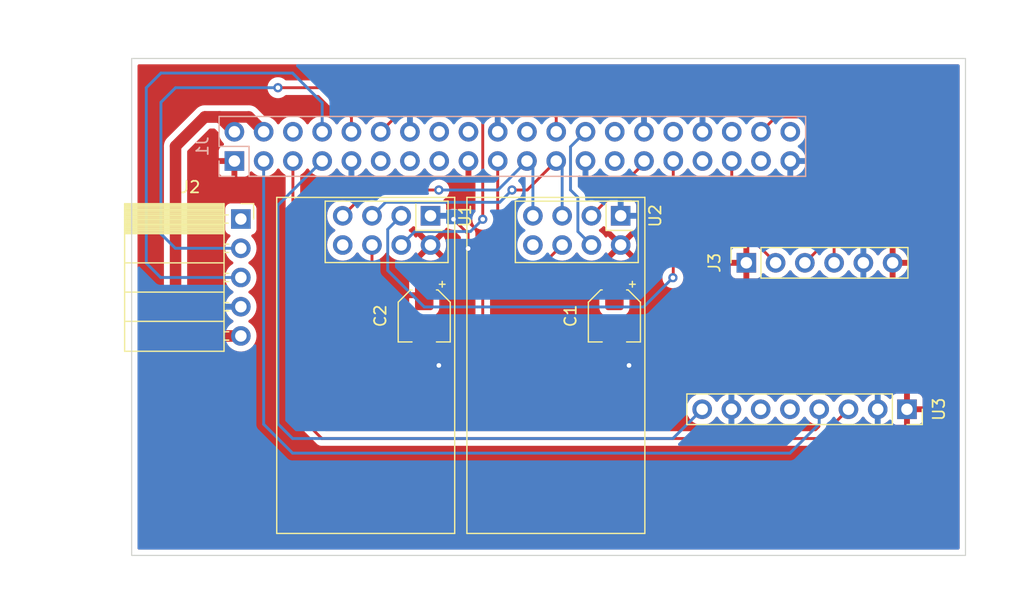
<source format=kicad_pcb>
(kicad_pcb (version 20211014) (generator pcbnew)
  (layers (0 "F.Cu" signal) (31 "B.Cu" signal) (34 "B.Paste" user) (35 "F.Paste" user) (36 "B.SilkS" user "B.Silkscreen") (37 "F.SilkS" user "F.Silkscreen") (38 "B.Mask" user) (39 "F.Mask" user) (44 "Edge.Cuts" user))
  (net 0 "")
  (net 1 "Net-(J1-Pad3)")
  (net 2 "Net-(J1-Pad5)")
  (net 3 "Net-(J1-Pad7)")
  (net 5 "Net-(J1-Pad12)")
  (net 11 "Net-(J1-Pad19)")
  (net 12 "Net-(U1-Pad4)")
  (net 13 "Net-(J1-Pad26)")
  (net 16 "Net-(J1-Pad29)")
  (net 17 "Net-(U1-Pad3)")
  (net 20 "Net-(J1-Pad35)")
  (net 23 "Net-(J1-Pad38)")
  (net 25 "+3V3")
  (net 26 "+5V")
  (net 27 "GND")
  (net 28 "Net-(J1-Pad8)")
  (net 29 "Net-(J1-Pad10)")
  (net 31 "Net-(J1-Pad21)")
  (net 32 "Net-(J1-Pad23)")
  (footprint "Connector_PinSocket_2.54mm:PinSocket_1x06_P2.54mm_Vertical" (layer "F.Cu") (at 181.635 88.875 90)
    (fp_text reference "J3" (at 0 -2.77 90) (layer "F.SilkS"))
    (fp_text value "Adafruit_I2S_Microphone_SPH0645LM4H")
    (fp_line (start -1.33 14.03) (end 1.33 14.03) (layer "F.SilkS") (width 0.12))
    (fp_line (start 1.33 1.27) (end 1.33 14.03) (layer "F.SilkS") (width 0.12))
    (fp_line (start 0 -1.33) (end 1.33 -1.33) (layer "F.SilkS") (width 0.12))
    (fp_line (start -1.33 1.27) (end 1.33 1.27) (layer "F.SilkS") (width 0.12))
    (fp_line (start 1.33 -1.33) (end 1.33 0) (layer "F.SilkS") (width 0.12))
    (fp_line (start -1.33 1.27) (end -1.33 14.03) (layer "F.SilkS") (width 0.12))
    (pad "1" thru_hole rect (at 0 0 90) (size 1.7 1.7) (drill 1) (layers *.Cu *.Mask) (net 25 "+3V3"))
    (pad "2" thru_hole oval (at 0 2.54 90) (size 1.7 1.7) (drill 1) (layers *.Cu *.Mask) (net 20 "Net-(J1-Pad35)"))
    (pad "3" thru_hole oval (at 0 5.08 90) (size 1.7 1.7) (drill 1) (layers *.Cu *.Mask) (net 23 "Net-(J1-Pad38)"))
    (pad "4" thru_hole oval (at 0 7.62 90) (size 1.7 1.7) (drill 1) (layers *.Cu *.Mask) (net 5 "Net-(J1-Pad12)"))
    (pad "5" thru_hole oval (at 0 10.16 90) (size 1.7 1.7) (drill 1) (layers *.Cu *.Mask) (net 27 "GND"))
    (pad "6" thru_hole oval (at 0 12.7 90) (size 1.7 1.7) (drill 1) (layers *.Cu *.Mask) (net 25 "+3V3"))
  )
  (footprint "Connector_PinSocket_2.54mm:PinSocket_1x08_P2.54mm_Vertical" (layer "F.Cu") (at 195.58 101.6 -90)
    (fp_text reference "U3" (at 0 -2.77 90) (layer "F.SilkS"))
    (fp_text value "MPU-6050_Breakout")
    (fp_line (start -1.33 19.11) (end 1.33 19.11) (layer "F.SilkS") (width 0.12))
    (fp_line (start 0 -1.33) (end 1.33 -1.33) (layer "F.SilkS") (width 0.12))
    (fp_line (start 1.33 1.27) (end 1.33 19.11) (layer "F.SilkS") (width 0.12))
    (fp_line (start -1.33 1.27) (end 1.33 1.27) (layer "F.SilkS") (width 0.12))
    (fp_line (start -1.33 1.27) (end -1.33 19.11) (layer "F.SilkS") (width 0.12))
    (fp_line (start 1.33 -1.33) (end 1.33 0) (layer "F.SilkS") (width 0.12))
    (pad "1" thru_hole rect (at 0 0 270) (size 1.7 1.7) (drill 1) (layers *.Cu *.Mask) (net 25 "+3V3"))
    (pad "2" thru_hole oval (at 0 2.54 270) (size 1.7 1.7) (drill 1) (layers *.Cu *.Mask) (net 27 "GND"))
    (pad "3" thru_hole oval (at 0 5.08 270) (size 1.7 1.7) (drill 1) (layers *.Cu *.Mask) (net 2 "Net-(J1-Pad5)"))
    (pad "4" thru_hole oval (at 0 7.62 270) (size 1.7 1.7) (drill 1) (layers *.Cu *.Mask) (net 1 "Net-(J1-Pad3)"))
    (pad "5" thru_hole oval (at 0 10.16 270) (size 1.7 1.7) (drill 1) (layers *.Cu *.Mask))
    (pad "6" thru_hole oval (at 0 12.7 270) (size 1.7 1.7) (drill 1) (layers *.Cu *.Mask))
    (pad "7" thru_hole oval (at 0 15.24 270) (size 1.7 1.7) (drill 1) (layers *.Cu *.Mask) (net 27 "GND"))
    (pad "8" thru_hole oval (at 0 17.78 270) (size 1.7 1.7) (drill 1) (layers *.Cu *.Mask) (net 3 "Net-(J1-Pad7)"))
  )
  (footprint "RF_Module:nRF24L01_Breakout" (layer "F.Cu") (at 170.725 84.79 -90)
    (fp_text reference "U2" (at 0 -3 90) (layer "F.SilkS"))
    (fp_text value "NRF24L01")
    (fp_line (start -1.27 -1.524) (end -1.27 -1.524) (layer "F.SilkS") (width 0.12))
    (fp_line (start -1.6 -2.1) (end 27.6 -2.1) (layer "F.SilkS") (width 0.12))
    (fp_line (start 1.27 -1.016) (end 1.27 1.27) (layer "F.SilkS") (width 0.12))
    (fp_line (start 27.6 13.35) (end -1.6 13.35) (layer "F.SilkS") (width 0.12))
    (fp_line (start 4.064 9.144) (end -1.27 9.144) (layer "F.SilkS") (width 0.12))
    (fp_line (start -1.27 -1.524) (end 4.064 -1.524) (layer "F.SilkS") (width 0.12))
    (fp_line (start -1.27 9.144) (end -1.27 -1.524) (layer "F.SilkS") (width 0.12))
    (fp_line (start 1.27 1.27) (end -1.016 1.27) (layer "F.SilkS") (width 0.12))
    (fp_line (start -1.6 13.35) (end -1.6 -2.1) (layer "F.SilkS") (width 0.12))
    (fp_line (start -1.016 1.27) (end -1.016 1.27) (layer "F.SilkS") (width 0.12))
    (fp_line (start 27.6 -2.1) (end 27.6 13.35) (layer "F.SilkS") (width 0.12))
    (fp_line (start 4.064 -1.524) (end 4.064 9.144) (layer "F.SilkS") (width 0.12))
    (fp_line (start -1.6 -2.1) (end -1.6 -2.1) (layer "F.SilkS") (width 0.12))
    (fp_line (start -1.27 9.144) (end -1.27 9.144) (layer "F.SilkS") (width 0.12))
    (pad "1" thru_hole rect (at 0 0 270) (size 1.7 1.7) (drill 1) (layers *.Cu *.Mask) (net 27 "GND"))
    (pad "2" thru_hole circle (at 2.54 0 270) (size 1.7 1.7) (drill 1) (layers *.Cu *.Mask) (net 25 "+3V3"))
    (pad "3" thru_hole circle (at 0 2.54 270) (size 1.7 1.7) (drill 1) (layers *.Cu *.Mask) (net 16 "Net-(J1-Pad29)"))
    (pad "4" thru_hole circle (at 2.54 2.54 270) (size 1.7 1.7) (drill 1) (layers *.Cu *.Mask) (net 13 "Net-(J1-Pad26)"))
    (pad "5" thru_hole circle (at 0 5.08 270) (size 1.7 1.7) (drill 1) (layers *.Cu *.Mask) (net 32 "Net-(J1-Pad23)"))
    (pad "6" thru_hole circle (at 2.54 5.08 270) (size 1.7 1.7) (drill 1) (layers *.Cu *.Mask) (net 11 "Net-(J1-Pad19)"))
    (pad "7" thru_hole circle (at 0 7.62 270) (size 1.7 1.7) (drill 1) (layers *.Cu *.Mask) (net 31 "Net-(J1-Pad21)"))
    (pad "8" thru_hole circle (at 2.54 7.62 270) (size 1.7 1.7) (drill 1) (layers *.Cu *.Mask))
  )
  (footprint "Connector_PinSocket_2.54mm:PinSocket_1x05_P2.54mm_Horizontal" (layer "F.Cu") (at 137.75 85.07)
    (fp_text reference "J2" (at -4.38 -2.77) (layer "F.SilkS"))
    (fp_text value "UART")
    (fp_line (start -10.09 11.49) (end -1.46 11.49) (layer "F.SilkS") (width 0.12))
    (fp_line (start -10.09 -1.21) (end -1.46 -1.21) (layer "F.SilkS") (width 0.12))
    (fp_line (start -1.46 5.44) (end -1.05 5.44) (layer "F.SilkS") (width 0.12))
    (fp_line (start -10.09 1.033805) (end -1.46 1.033805) (layer "F.SilkS") (width 0.12))
    (fp_line (start -1.46 9.8) (end -1.05 9.8) (layer "F.SilkS") (width 0.12))
    (fp_line (start -10.09 -1.33) (end -10.09 11.49) (layer "F.SilkS") (width 0.12))
    (fp_line (start -10.09 -0.73762) (end -1.46 -0.73762) (layer "F.SilkS") (width 0.12))
    (fp_line (start -10.09 -0.26524) (end -1.46 -0.26524) (layer "F.SilkS") (width 0.12))
    (fp_line (start -10.09 8.89) (end -1.46 8.89) (layer "F.SilkS") (width 0.12))
    (fp_line (start -10.09 0.20714) (end -1.46 0.20714) (layer "F.SilkS") (width 0.12))
    (fp_line (start -1.46 7.26) (end -1.05 7.26) (layer "F.SilkS") (width 0.12))
    (fp_line (start -10.09 -0.383335) (end -1.46 -0.383335) (layer "F.SilkS") (width 0.12))
    (fp_line (start -1.46 2.9) (end -1.05 2.9) (layer "F.SilkS") (width 0.12))
    (fp_line (start -1.46 -0.36) (end -1.11 -0.36) (layer "F.SilkS") (width 0.12))
    (fp_line (start -10.09 1.1519) (end -1.46 1.1519) (layer "F.SilkS") (width 0.12))
    (fp_line (start -10.09 0.797615) (end -1.46 0.797615) (layer "F.SilkS") (width 0.12))
    (fp_line (start -10.09 -1.091905) (end -1.46 -1.091905) (layer "F.SilkS") (width 0.12))
    (fp_line (start -10.09 -0.147145) (end -1.46 -0.147145) (layer "F.SilkS") (width 0.12))
    (fp_line (start -10.09 6.35) (end -1.46 6.35) (layer "F.SilkS") (width 0.12))
    (fp_line (start -1.46 4.72) (end -1.05 4.72) (layer "F.SilkS") (width 0.12))
    (fp_line (start -10.09 0.67952) (end -1.46 0.67952) (layer "F.SilkS") (width 0.12))
    (fp_line (start -1.46 2.18) (end -1.05 2.18) (layer "F.SilkS") (width 0.12))
    (fp_line (start -10.09 3.81) (end -1.46 3.81) (layer "F.SilkS") (width 0.12))
    (fp_line (start -10.09 -0.50143) (end -1.46 -0.50143) (layer "F.SilkS") (width 0.12))
    (fp_line (start -1.46 0.36) (end -1.11 0.36) (layer "F.SilkS") (width 0.12))
    (fp_line (start -10.09 -1.33) (end -1.46 -1.33) (layer "F.SilkS") (width 0.12))
    (fp_line (start -10.09 0.91571) (end -1.46 0.91571) (layer "F.SilkS") (width 0.12))
    (fp_line (start -10.09 0.089045) (end -1.46 0.089045) (layer "F.SilkS") (width 0.12))
    (fp_line (start -10.09 -0.619525) (end -1.46 -0.619525) (layer "F.SilkS") (width 0.12))
    (fp_line (start 1.11 -1.33) (end 1.11 0) (layer "F.SilkS") (width 0.12))
    (fp_line (start 0 -1.33) (end 1.11 -1.33) (layer "F.SilkS") (width 0.12))
    (fp_line (start -10.09 0.44333) (end -1.46 0.44333) (layer "F.SilkS") (width 0.12))
    (fp_line (start -10.09 0.325235) (end -1.46 0.325235) (layer "F.SilkS") (width 0.12))
    (fp_line (start -10.09 -0.97381) (end -1.46 -0.97381) (layer "F.SilkS") (width 0.12))
    (fp_line (start -10.09 1.27) (end -1.46 1.27) (layer "F.SilkS") (width 0.12))
    (fp_line (start -10.09 -0.855715) (end -1.46 -0.855715) (layer "F.SilkS") (width 0.12))
    (fp_line (start -1.46 7.98) (end -1.05 7.98) (layer "F.SilkS") (width 0.12))
    (fp_line (start -10.09 0.561425) (end -1.46 0.561425) (layer "F.SilkS") (width 0.12))
    (fp_line (start -10.09 -0.02905) (end -1.46 -0.02905) (layer "F.SilkS") (width 0.12))
    (fp_line (start -1.46 10.52) (end -1.05 10.52) (layer "F.SilkS") (width 0.12))
    (fp_line (start -1.46 -1.33) (end -1.46 11.49) (layer "F.SilkS") (width 0.12))
    (pad "1" thru_hole rect (at 0 0) (size 1.7 1.7) (drill 1) (layers *.Cu *.Mask))
    (pad "2" thru_hole oval (at 0 2.54) (size 1.7 1.7) (drill 1) (layers *.Cu *.Mask) (net 29 "Net-(J1-Pad10)"))
    (pad "3" thru_hole oval (at 0 5.08) (size 1.7 1.7) (drill 1) (layers *.Cu *.Mask) (net 28 "Net-(J1-Pad8)"))
    (pad "4" thru_hole oval (at 0 7.62) (size 1.7 1.7) (drill 1) (layers *.Cu *.Mask) (net 27 "GND"))
    (pad "5" thru_hole oval (at 0 10.16) (size 1.7 1.7) (drill 1) (layers *.Cu *.Mask) (net 26 "+5V"))
  )
  (footprint "Capacitor_SMD:CP_Elec_4x5.4" (layer "F.Cu") (at 170.18 93.49 -90)
    (fp_text reference "C1" (at 0 3.81 90) (layer "F.SilkS"))
    (fp_text value "10 uF")
    (fp_line (start 2.26 -2.26) (end 2.26 -1.06) (layer "F.SilkS") (width 0.12))
    (fp_line (start 2.26 2.26) (end 2.26 1.06) (layer "F.SilkS") (width 0.12))
    (fp_line (start -2.75 -1.81) (end -2.75 -1.31) (layer "F.SilkS") (width 0.12))
    (fp_line (start -3 -1.56) (end -2.5 -1.56) (layer "F.SilkS") (width 0.12))
    (fp_line (start -1.195563 -2.26) (end 2.26 -2.26) (layer "F.SilkS") (width 0.12))
    (fp_line (start -2.26 1.195563) (end -1.195563 2.26) (layer "F.SilkS") (width 0.12))
    (fp_line (start -2.26 -1.195563) (end -2.26 -1.06) (layer "F.SilkS") (width 0.12))
    (fp_line (start -1.195563 2.26) (end 2.26 2.26) (layer "F.SilkS") (width 0.12))
    (fp_line (start -2.26 -1.195563) (end -1.195563 -2.26) (layer "F.SilkS") (width 0.12))
    (fp_line (start -2.26 1.195563) (end -2.26 1.06) (layer "F.SilkS") (width 0.12))
    (pad "1" smd roundrect (at -1.8 0 270) (size 2.6 1.6) (layers "F.Cu" "F.Paste" "F.Mask") (roundrect_rratio 0.15625) (net 25 "+3V3"))
    (pad "2" smd roundrect (at 1.8 0 270) (size 2.6 1.6) (layers "F.Cu" "F.Paste" "F.Mask") (roundrect_rratio 0.15625) (net 27 "GND"))
  )
  (footprint "Capacitor_SMD:CP_Elec_4x5.4" (layer "F.Cu") (at 153.67 93.49 -90)
    (fp_text reference "C2" (at 0 3.81 90) (layer "F.SilkS"))
    (fp_text value "10 uF")
    (fp_line (start -2.26 1.195563) (end -2.26 1.06) (layer "F.SilkS") (width 0.12))
    (fp_line (start 2.26 -2.26) (end 2.26 -1.06) (layer "F.SilkS") (width 0.12))
    (fp_line (start -2.75 -1.81) (end -2.75 -1.31) (layer "F.SilkS") (width 0.12))
    (fp_line (start -1.195563 2.26) (end 2.26 2.26) (layer "F.SilkS") (width 0.12))
    (fp_line (start -1.195563 -2.26) (end 2.26 -2.26) (layer "F.SilkS") (width 0.12))
    (fp_line (start 2.26 2.26) (end 2.26 1.06) (layer "F.SilkS") (width 0.12))
    (fp_line (start -3 -1.56) (end -2.5 -1.56) (layer "F.SilkS") (width 0.12))
    (fp_line (start -2.26 1.195563) (end -1.195563 2.26) (layer "F.SilkS") (width 0.12))
    (fp_line (start -2.26 -1.195563) (end -2.26 -1.06) (layer "F.SilkS") (width 0.12))
    (fp_line (start -2.26 -1.195563) (end -1.195563 -2.26) (layer "F.SilkS") (width 0.12))
    (pad "1" smd roundrect (at -1.8 0 270) (size 2.6 1.6) (layers "F.Cu" "F.Paste" "F.Mask") (roundrect_rratio 0.15625) (net 25 "+3V3"))
    (pad "2" smd roundrect (at 1.8 0 270) (size 2.6 1.6) (layers "F.Cu" "F.Paste" "F.Mask") (roundrect_rratio 0.15625) (net 27 "GND"))
  )
  (footprint "RF_Module:nRF24L01_Breakout" (layer "F.Cu") (at 154.215 84.79 -90)
    (fp_text reference "U1" (at 0 -3 90) (layer "F.SilkS"))
    (fp_text value "NRF24L01")
    (fp_line (start 4.064 -1.524) (end 4.064 9.144) (layer "F.SilkS") (width 0.12))
    (fp_line (start 27.6 13.35) (end -1.6 13.35) (layer "F.SilkS") (width 0.12))
    (fp_line (start 27.6 -2.1) (end 27.6 13.35) (layer "F.SilkS") (width 0.12))
    (fp_line (start 4.064 9.144) (end -1.27 9.144) (layer "F.SilkS") (width 0.12))
    (fp_line (start -1.27 9.144) (end -1.27 -1.524) (layer "F.SilkS") (width 0.12))
    (fp_line (start -1.016 1.27) (end -1.016 1.27) (layer "F.SilkS") (width 0.12))
    (fp_line (start -1.6 13.35) (end -1.6 -2.1) (layer "F.SilkS") (width 0.12))
    (fp_line (start -1.6 -2.1) (end 27.6 -2.1) (layer "F.SilkS") (width 0.12))
    (fp_line (start -1.6 -2.1) (end -1.6 -2.1) (layer "F.SilkS") (width 0.12))
    (fp_line (start 1.27 1.27) (end -1.016 1.27) (layer "F.SilkS") (width 0.12))
    (fp_line (start -1.27 -1.524) (end -1.27 -1.524) (layer "F.SilkS") (width 0.12))
    (fp_line (start 1.27 -1.016) (end 1.27 1.27) (layer "F.SilkS") (width 0.12))
    (fp_line (start -1.27 -1.524) (end 4.064 -1.524) (layer "F.SilkS") (width 0.12))
    (fp_line (start -1.27 9.144) (end -1.27 9.144) (layer "F.SilkS") (width 0.12))
    (pad "1" thru_hole rect (at 0 0 270) (size 1.7 1.7) (drill 1) (layers *.Cu *.Mask) (net 27 "GND"))
    (pad "2" thru_hole circle (at 2.54 0 270) (size 1.7 1.7) (drill 1) (layers *.Cu *.Mask) (net 25 "+3V3"))
    (pad "3" thru_hole circle (at 0 2.54 270) (size 1.7 1.7) (drill 1) (layers *.Cu *.Mask) (net 17 "Net-(U1-Pad3)"))
    (pad "4" thru_hole circle (at 2.54 2.54 270) (size 1.7 1.7) (drill 1) (layers *.Cu *.Mask) (net 12 "Net-(U1-Pad4)"))
    (pad "5" thru_hole circle (at 0 5.08 270) (size 1.7 1.7) (drill 1) (layers *.Cu *.Mask) (net 32 "Net-(J1-Pad23)"))
    (pad "6" thru_hole circle (at 2.54 5.08 270) (size 1.7 1.7) (drill 1) (layers *.Cu *.Mask) (net 11 "Net-(J1-Pad19)"))
    (pad "7" thru_hole circle (at 0 7.62 270) (size 1.7 1.7) (drill 1) (layers *.Cu *.Mask) (net 31 "Net-(J1-Pad21)"))
    (pad "8" thru_hole circle (at 2.54 7.62 270) (size 1.7 1.7) (drill 1) (layers *.Cu *.Mask))
  )
  (footprint "Connector_PinSocket_2.54mm:PinSocket_2x20_P2.54mm_Vertical" (layer "B.Cu") (at 137.19 80.03 -90)
    (fp_text reference "J1" (at -1.27 2.77 90) (layer "B.SilkS") (effects (justify mirror)))
    (fp_text value "Raspberry Pi")
    (fp_line (start -1.27 1.33) (end -1.27 -1.27) (layer "B.SilkS") (width 0.12))
    (fp_line (start 1.33 -1.27) (end 1.33 -49.59) (layer "B.SilkS") (width 0.12))
    (fp_line (start -3.87 1.33) (end -1.27 1.33) (layer "B.SilkS") (width 0.12))
    (fp_line (start 1.33 1.33) (end 1.33 0) (layer "B.SilkS") (width 0.12))
    (fp_line (start -1.27 -1.27) (end 1.33 -1.27) (layer "B.SilkS") (width 0.12))
    (fp_line (start 0 1.33) (end 1.33 1.33) (layer "B.SilkS") (width 0.12))
    (fp_line (start -3.87 1.33) (end -3.87 -49.59) (layer "B.SilkS") (width 0.12))
    (fp_line (start -3.87 -49.59) (end 1.33 -49.59) (layer "B.SilkS") (width 0.12))
    (pad "1" thru_hole rect (at 0 0 270) (size 1.7 1.7) (drill 1) (layers *.Cu *.Mask) (net 25 "+3V3"))
    (pad "2" thru_hole oval (at -2.54 0 270) (size 1.7 1.7) (drill 1) (layers *.Cu *.Mask) (net 26 "+5V"))
    (pad "3" thru_hole oval (at 0 -2.54 270) (size 1.7 1.7) (drill 1) (layers *.Cu *.Mask) (net 1 "Net-(J1-Pad3)"))
    (pad "4" thru_hole oval (at -2.54 -2.54 270) (size 1.7 1.7) (drill 1) (layers *.Cu *.Mask) (net 26 "+5V"))
    (pad "5" thru_hole oval (at 0 -5.08 270) (size 1.7 1.7) (drill 1) (layers *.Cu *.Mask) (net 2 "Net-(J1-Pad5)"))
    (pad "6" thru_hole oval (at -2.54 -5.08 270) (size 1.7 1.7) (drill 1) (layers *.Cu *.Mask))
    (pad "7" thru_hole oval (at 0 -7.62 270) (size 1.7 1.7) (drill 1) (layers *.Cu *.Mask) (net 3 "Net-(J1-Pad7)"))
    (pad "8" thru_hole oval (at -2.54 -7.62 270) (size 1.7 1.7) (drill 1) (layers *.Cu *.Mask) (net 28 "Net-(J1-Pad8)"))
    (pad "9" thru_hole oval (at 0 -10.16 270) (size 1.7 1.7) (drill 1) (layers *.Cu *.Mask) (net 27 "GND"))
    (pad "10" thru_hole oval (at -2.54 -10.16 270) (size 1.7 1.7) (drill 1) (layers *.Cu *.Mask) (net 29 "Net-(J1-Pad10)"))
    (pad "11" thru_hole oval (at 0 -12.7 270) (size 1.7 1.7) (drill 1) (layers *.Cu *.Mask))
    (pad "12" thru_hole oval (at -2.54 -12.7 270) (size 1.7 1.7) (drill 1) (layers *.Cu *.Mask) (net 5 "Net-(J1-Pad12)"))
    (pad "13" thru_hole oval (at 0 -15.24 270) (size 1.7 1.7) (drill 1) (layers *.Cu *.Mask))
    (pad "14" thru_hole oval (at -2.54 -15.24 270) (size 1.7 1.7) (drill 1) (layers *.Cu *.Mask) (net 27 "GND"))
    (pad "15" thru_hole oval (at 0 -17.78 270) (size 1.7 1.7) (drill 1) (layers *.Cu *.Mask))
    (pad "16" thru_hole oval (at -2.54 -17.78 270) (size 1.7 1.7) (drill 1) (layers *.Cu *.Mask))
    (pad "17" thru_hole oval (at 0 -20.32 270) (size 1.7 1.7) (drill 1) (layers *.Cu *.Mask) (net 25 "+3V3"))
    (pad "18" thru_hole oval (at -2.54 -20.32 270) (size 1.7 1.7) (drill 1) (layers *.Cu *.Mask))
    (pad "19" thru_hole oval (at 0 -22.86 270) (size 1.7 1.7) (drill 1) (layers *.Cu *.Mask) (net 11 "Net-(J1-Pad19)"))
    (pad "20" thru_hole oval (at -2.54 -22.86 270) (size 1.7 1.7) (drill 1) (layers *.Cu *.Mask) (net 27 "GND"))
    (pad "21" thru_hole oval (at 0 -25.4 270) (size 1.7 1.7) (drill 1) (layers *.Cu *.Mask) (net 31 "Net-(J1-Pad21)"))
    (pad "22" thru_hole oval (at -2.54 -25.4 270) (size 1.7 1.7) (drill 1) (layers *.Cu *.Mask))
    (pad "23" thru_hole oval (at 0 -27.94 270) (size 1.7 1.7) (drill 1) (layers *.Cu *.Mask) (net 32 "Net-(J1-Pad23)"))
    (pad "24" thru_hole oval (at -2.54 -27.94 270) (size 1.7 1.7) (drill 1) (layers *.Cu *.Mask) (net 12 "Net-(U1-Pad4)"))
    (pad "25" thru_hole oval (at 0 -30.48 270) (size 1.7 1.7) (drill 1) (layers *.Cu *.Mask) (net 27 "GND"))
    (pad "26" thru_hole oval (at -2.54 -30.48 270) (size 1.7 1.7) (drill 1) (layers *.Cu *.Mask) (net 13 "Net-(J1-Pad26)"))
    (pad "27" thru_hole oval (at 0 -33.02 270) (size 1.7 1.7) (drill 1) (layers *.Cu *.Mask))
    (pad "28" thru_hole oval (at -2.54 -33.02 270) (size 1.7 1.7) (drill 1) (layers *.Cu *.Mask))
    (pad "29" thru_hole oval (at 0 -35.56 270) (size 1.7 1.7) (drill 1) (layers *.Cu *.Mask) (net 16 "Net-(J1-Pad29)"))
    (pad "30" thru_hole oval (at -2.54 -35.56 270) (size 1.7 1.7) (drill 1) (layers *.Cu *.Mask) (net 27 "GND"))
    (pad "31" thru_hole oval (at 0 -38.1 270) (size 1.7 1.7) (drill 1) (layers *.Cu *.Mask) (net 17 "Net-(U1-Pad3)"))
    (pad "32" thru_hole oval (at -2.54 -38.1 270) (size 1.7 1.7) (drill 1) (layers *.Cu *.Mask))
    (pad "33" thru_hole oval (at 0 -40.64 270) (size 1.7 1.7) (drill 1) (layers *.Cu *.Mask))
    (pad "34" thru_hole oval (at -2.54 -40.64 270) (size 1.7 1.7) (drill 1) (layers *.Cu *.Mask) (net 27 "GND"))
    (pad "35" thru_hole oval (at 0 -43.18 270) (size 1.7 1.7) (drill 1) (layers *.Cu *.Mask) (net 20 "Net-(J1-Pad35)"))
    (pad "36" thru_hole oval (at -2.54 -43.18 270) (size 1.7 1.7) (drill 1) (layers *.Cu *.Mask))
    (pad "37" thru_hole oval (at 0 -45.72 270) (size 1.7 1.7) (drill 1) (layers *.Cu *.Mask))
    (pad "38" thru_hole oval (at -2.54 -45.72 270) (size 1.7 1.7) (drill 1) (layers *.Cu *.Mask) (net 23 "Net-(J1-Pad38)"))
    (pad "39" thru_hole oval (at 0 -48.26 270) (size 1.7 1.7) (drill 1) (layers *.Cu *.Mask) (net 27 "GND"))
    (pad "40" thru_hole oval (at -2.54 -48.26 270) (size 1.7 1.7) (drill 1) (layers *.Cu *.Mask))
  )
  (gr_rect (start 128.27 71.12) (end 200.66 114.3) (layer "Edge.Cuts") (width 0.1) (fill none))
  (segment (start 187.96 102.87) (end 187.96 101.6) (width 0.25) (layer "B.Cu") (net 1))
  (segment (start 142.24 105.41) (end 185.42 105.41) (width 0.25) (layer "B.Cu") (net 1))
  (segment (start 185.42 105.41) (end 187.96 102.87) (width 0.25) (layer "B.Cu") (net 1))
  (segment (start 139.73 102.9) (end 142.24 105.41) (width 0.25) (layer "B.Cu") (net 1))
  (segment (start 139.73 80.03) (end 139.73 102.9) (width 0.25) (layer "B.Cu") (net 1))
  (segment (start 144.78 104.14) (end 187.96 104.14) (width 0.25) (layer "F.Cu") (net 2))
  (segment (start 142.27 80.03) (end 142.27 101.63) (width 0.25) (layer "F.Cu") (net 2))
  (segment (start 187.96 104.14) (end 190.5 101.6) (width 0.25) (layer "F.Cu") (net 2))
  (segment (start 142.27 101.63) (end 144.78 104.14) (width 0.25) (layer "F.Cu") (net 2))
  (segment (start 142.24 104.14) (end 175.26 104.14) (width 0.25) (layer "B.Cu") (net 3))
  (segment (start 140.97 83.82) (end 140.97 102.87) (width 0.25) (layer "B.Cu") (net 3))
  (segment (start 144.81 80.03) (end 141.02 83.82) (width 0.25) (layer "B.Cu") (net 3))
  (segment (start 175.26 104.14) (end 177.8 101.6) (width 0.25) (layer "B.Cu") (net 3))
  (segment (start 140.97 102.87) (end 142.24 104.14) (width 0.25) (layer "B.Cu") (net 3))
  (segment (start 141.02 83.82) (end 140.97 83.82) (width 0.25) (layer "B.Cu") (net 3))
  (segment (start 187.96 74.93) (end 152.45 74.93) (width 0.25) (layer "F.Cu") (net 5))
  (segment (start 152.45 74.93) (end 149.89 77.49) (width 0.25) (layer "F.Cu") (net 5))
  (segment (start 189.255 76.225) (end 187.96 74.93) (width 0.25) (layer "F.Cu") (net 5))
  (segment (start 189.255 88.875) (end 189.255 76.225) (width 0.25) (layer "F.Cu") (net 5))
  (segment (start 160.05 88.87) (end 160.05 88.93) (width 0.25) (layer "F.Cu") (net 11))
  (segment (start 149.135 94.525) (end 153.67 99.06) (width 0.25) (layer "F.Cu") (net 11))
  (segment (start 160.05 80.03) (end 160.05 88.87) (width 0.25) (layer "F.Cu") (net 11))
  (segment (start 153.67 99.06) (end 157.48 99.06) (width 0.25) (layer "F.Cu") (net 11))
  (segment (start 158.75 97.79) (end 158.75 90.17) (width 0.25) (layer "F.Cu") (net 11))
  (segment (start 149.135 87.33) (end 149.135 94.525) (width 0.25) (layer "F.Cu") (net 11))
  (segment (start 160.05 88.93) (end 161.29 90.17) (width 0.25) (layer "F.Cu") (net 11))
  (segment (start 157.48 99.06) (end 158.75 97.79) (width 0.25) (layer "F.Cu") (net 11))
  (segment (start 161.29 90.17) (end 162.805 90.17) (width 0.25) (layer "F.Cu") (net 11))
  (segment (start 158.75 90.17) (end 160.05 88.87) (width 0.25) (layer "F.Cu") (net 11))
  (segment (start 162.805 90.17) (end 165.645 87.33) (width 0.25) (layer "F.Cu") (net 11))
  (segment (start 158.75 85.09) (end 158.75 76.2) (width 0.25) (layer "F.Cu") (net 12))
  (segment (start 164.28 75.38) (end 165.13 76.23) (width 0.25) (layer "F.Cu") (net 12))
  (segment (start 165.13 76.23) (end 165.13 77.49) (width 0.25) (layer "F.Cu") (net 12))
  (segment (start 158.75 76.2) (end 159.57 75.38) (width 0.25) (layer "F.Cu") (net 12))
  (segment (start 159.57 75.38) (end 164.28 75.38) (width 0.25) (layer "F.Cu") (net 12))
  (via (at 158.75 85.09) (size 0.8) (drill 0.4) (layers "F.Cu" "B.Cu") (net 12))
  (segment (start 151.675 87.33) (end 152.85 86.155) (width 0.25) (layer "B.Cu") (net 12))
  (segment (start 152.85 86.155) (end 157.685 86.155) (width 0.25) (layer "B.Cu") (net 12))
  (segment (start 157.685 86.155) (end 158.75 85.09) (width 0.25) (layer "B.Cu") (net 12))
  (segment (start 168.185 87.33) (end 167.01 86.155) (width 0.25) (layer "B.Cu") (net 13))
  (segment (start 167.01 83.19) (end 166.37 82.55) (width 0.25) (layer "B.Cu") (net 13))
  (segment (start 166.37 78.79) (end 167.67 77.49) (width 0.25) (layer "B.Cu") (net 13))
  (segment (start 166.37 82.55) (end 166.37 78.79) (width 0.25) (layer "B.Cu") (net 13))
  (segment (start 167.01 86.155) (end 167.01 83.19) (width 0.25) (layer "B.Cu") (net 13))
  (segment (start 172.75 80.225) (end 172.75 80.03) (width 0.25) (layer "F.Cu") (net 16))
  (segment (start 168.185 84.79) (end 172.75 80.225) (width 0.25) (layer "F.Cu") (net 16))
  (segment (start 175.29 90.14) (end 175.26 90.17) (width 0.25) (layer "F.Cu") (net 17))
  (segment (start 175.29 80.03) (end 175.29 90.14) (width 0.25) (layer "F.Cu") (net 17))
  (via (at 175.26 90.17) (size 0.8) (drill 0.4) (layers "F.Cu" "B.Cu") (net 17))
  (segment (start 153.67 92.71) (end 150.5 89.54) (width 0.25) (layer "B.Cu") (net 17))
  (segment (start 150.5 89.54) (end 150.5 85.965) (width 0.25) (layer "B.Cu") (net 17))
  (segment (start 150.5 85.965) (end 151.675 84.79) (width 0.25) (layer "B.Cu") (net 17))
  (segment (start 175.26 90.17) (end 172.72 92.71) (width 0.25) (layer "B.Cu") (net 17))
  (segment (start 172.72 92.71) (end 153.67 92.71) (width 0.25) (layer "B.Cu") (net 17))
  (segment (start 180.37 80.03) (end 180.37 85.07) (width 0.25) (layer "F.Cu") (net 20))
  (segment (start 180.37 85.07) (end 184.175 88.875) (width 0.25) (layer "F.Cu") (net 20))
  (segment (start 186.69 76.2) (end 187.96 77.47) (width 0.25) (layer "F.Cu") (net 23))
  (segment (start 184.2 76.2) (end 186.69 76.2) (width 0.25) (layer "F.Cu") (net 23))
  (segment (start 187.96 87.63) (end 186.715 88.875) (width 0.25) (layer "F.Cu") (net 23))
  (segment (start 187.96 77.47) (end 187.96 87.63) (width 0.25) (layer "F.Cu") (net 23))
  (segment (start 182.91 77.49) (end 184.2 76.2) (width 0.25) (layer "F.Cu") (net 23))
  (segment (start 135.9 76.2) (end 137.19 77.49) (width 1) (layer "F.Cu") (net 26))
  (segment (start 135.87 95.23) (end 132.08 91.44) (width 1) (layer "F.Cu") (net 26))
  (segment (start 137.75 95.23) (end 135.87 95.23) (width 1) (layer "F.Cu") (net 26))
  (segment (start 132.08 91.44) (end 132.08 78.74) (width 1) (layer "F.Cu") (net 26))
  (segment (start 134.62 76.2) (end 138.44 76.2) (width 1) (layer "F.Cu") (net 26))
  (segment (start 134.62 76.2) (end 135.9 76.2) (width 1) (layer "F.Cu") (net 26))
  (segment (start 132.08 78.74) (end 134.62 76.2) (width 1) (layer "F.Cu") (net 26))
  (segment (start 138.44 76.2) (end 139.73 77.49) (width 1) (layer "F.Cu") (net 26))
  (segment (start 153.67 96.52) (end 154.94 97.79) (width 1) (layer "F.Cu") (net 27))
  (segment (start 170.18 95.29) (end 170.18 96.52) (width 1) (layer "F.Cu") (net 27))
  (segment (start 157.48 86.36) (end 157.48 87.63) (width 0.25) (layer "F.Cu") (net 27))
  (segment (start 153.67 95.29) (end 153.67 96.52) (width 1) (layer "F.Cu") (net 27))
  (segment (start 156.21 85.09) (end 157.48 86.36) (width 0.25) (layer "F.Cu") (net 27))
  (segment (start 170.18 96.52) (end 171.45 97.79) (width 1) (layer "F.Cu") (net 27))
  (via (at 154.94 97.79) (size 0.8) (drill 0.4) (layers "F.Cu" "B.Cu") (net 27))
  (via (at 171.45 97.79) (size 0.8) (drill 0.4) (layers "F.Cu" "B.Cu") (net 27))
  (via (at 156.21 85.09) (size 0.8) (drill 0.4) (layers "F.Cu" "B.Cu") (net 27))
  (via (at 157.48 87.63) (size 0.8) (drill 0.4) (layers "F.Cu" "B.Cu") (net 27))
  (segment (start 129.54 73.66) (end 129.54 88.9) (width 0.25) (layer "B.Cu") (net 28))
  (segment (start 142.24 72.39) (end 130.81 72.39) (width 0.25) (layer "B.Cu") (net 28))
  (segment (start 144.81 77.49) (end 144.81 74.96) (width 0.25) (layer "B.Cu") (net 28))
  (segment (start 144.81 74.96) (end 142.24 72.39) (width 0.25) (layer "B.Cu") (net 28))
  (segment (start 129.54 88.9) (end 130.79 90.15) (width 0.25) (layer "B.Cu") (net 28))
  (segment (start 130.79 90.15) (end 137.75 90.15) (width 0.25) (layer "B.Cu") (net 28))
  (segment (start 130.81 72.39) (end 129.54 73.66) (width 0.25) (layer "B.Cu") (net 28))
  (segment (start 147.35 76.23) (end 147.35 77.49) (width 0.25) (layer "F.Cu") (net 29))
  (segment (start 144.78 73.66) (end 147.35 76.23) (width 0.25) (layer "F.Cu") (net 29))
  (segment (start 140.97 73.66) (end 144.78 73.66) (width 0.25) (layer "F.Cu") (net 29))
  (via (at 140.97 73.66) (size 0.8) (drill 0.4) (layers "F.Cu" "B.Cu") (net 29))
  (segment (start 132.08 73.66) (end 140.97 73.66) (width 0.25) (layer "B.Cu") (net 29))
  (segment (start 137.75 87.61) (end 132.06 87.61) (width 0.25) (layer "B.Cu") (net 29))
  (segment (start 130.81 74.93) (end 132.08 73.66) (width 0.25) (layer "B.Cu") (net 29))
  (segment (start 130.81 86.36) (end 130.81 74.93) (width 0.25) (layer "B.Cu") (net 29))
  (segment (start 132.06 87.61) (end 130.81 86.36) (width 0.25) (layer "B.Cu") (net 29))
  (segment (start 154.94 82.55) (end 148.835 82.55) (width 0.25) (layer "F.Cu") (net 31))
  (segment (start 148.835 82.55) (end 146.595 84.79) (width 0.25) (layer "F.Cu") (net 31))
  (via (at 154.94 82.55) (size 0.8) (drill 0.4) (layers "F.Cu" "B.Cu") (net 31))
  (segment (start 163.105 80.545) (end 162.59 80.03) (width 0.25) (layer "B.Cu") (net 31))
  (segment (start 160.07 82.55) (end 162.59 80.03) (width 0.25) (layer "B.Cu") (net 31))
  (segment (start 157.48 82.55) (end 154.94 82.55) (width 0.25) (layer "B.Cu") (net 31))
  (segment (start 160.07 82.55) (end 157.48 82.55) (width 0.25) (layer "B.Cu") (net 31))
  (segment (start 163.105 84.79) (end 163.105 80.545) (width 0.25) (layer "B.Cu") (net 31))
  (segment (start 161.29 82.55) (end 162.61 82.55) (width 0.25) (layer "F.Cu") (net 32))
  (segment (start 162.61 82.55) (end 165.13 80.03) (width 0.25) (layer "F.Cu") (net 32))
  (via (at 161.29 82.55) (size 0.8) (drill 0.4) (layers "F.Cu" "B.Cu") (net 32))
  (segment (start 165.645 84.79) (end 165.645 80.545) (width 0.25) (layer "B.Cu") (net 32))
  (segment (start 149.135 84.79) (end 150.31 83.615) (width 0.25) (layer "B.Cu") (net 32))
  (segment (start 165.645 80.545) (end 165.13 80.03) (width 0.25) (layer "B.Cu") (net 32))
  (segment (start 160.225 83.615) (end 161.29 82.55) (width 0.25) (layer "B.Cu") (net 32))
  (segment (start 150.31 83.615) (end 160.225 83.615) (width 0.25) (layer "B.Cu") (net 32))
  (zone (net 25) (net_name "+3V3") (layer "F.Cu") (connect_pads (clearance 0.508)) (min_thickness 0.254) (fill yes (thermal_gap 0.508) (thermal_bridge_width 0.508))
    (polygon (pts (xy 203.2 116.84) (xy 119.38 116.84) (xy 119.38 68.58) (xy 203.2 68.58)))
  )
  (zone (net 27) (net_name "GND") (layer "B.Cu") (connect_pads (clearance 0.508)) (min_thickness 0.254) (fill yes (thermal_gap 0.508) (thermal_bridge_width 0.508))
    (polygon (pts (xy 205.74 119.38) (xy 116.84 119.38) (xy 116.84 66.04) (xy 205.74 66.04)))
  )
)
</source>
